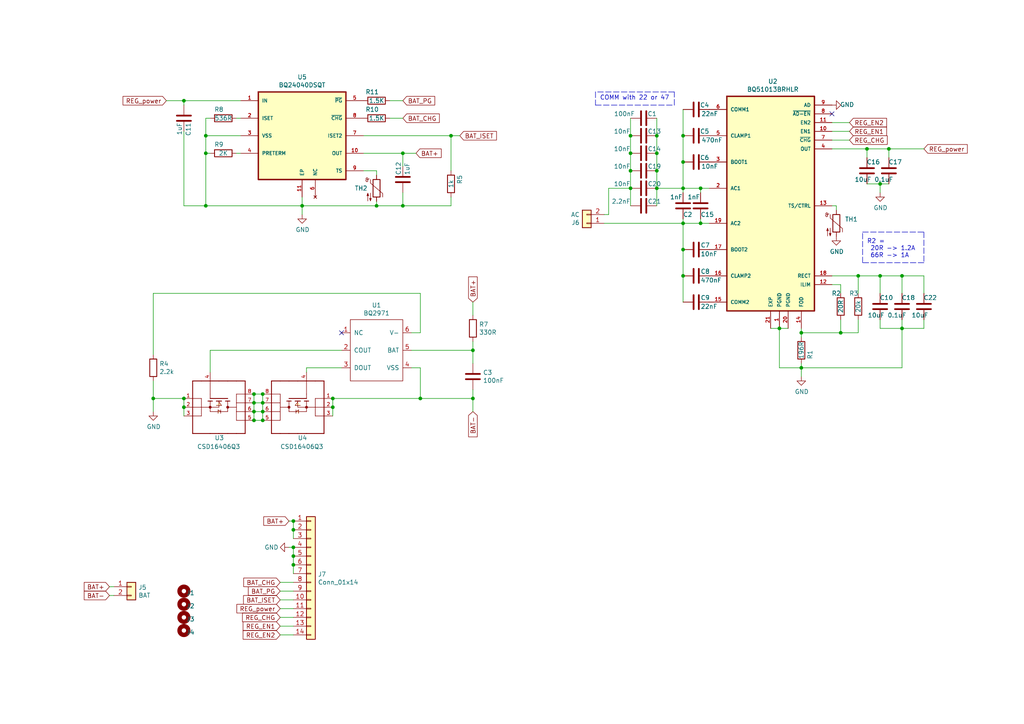
<source format=kicad_sch>
(kicad_sch (version 20211123) (generator eeschema)
  (paper "A4")
  (lib_symbols
    (symbol "BQ24040DSQT:BQ24040DSQT" (pin_names (offset 1.016))
      (property "Reference" "U" (at -12.7 13.6906 0))
      (property "Value" "BQ24040DSQT" (at -5.08 15.24 0))
      (symbol "BQ24040DSQT_0_0"
        (rectangle (start -12.7 -12.7) (end 12.7 12.7) (stroke (width 0.4064)) (fill (type background)))
        (pin input line (at -17.78 10.16 0) (length 5.08) (name "IN") (number "1"))
        (pin output line (at 17.78 -5.08 180) (length 5.08) (name "OUT") (number "10"))
        (pin bidirectional line (at 0 -17.78 90) (length 5.08) (name "EP") (number "11"))
        (pin input line (at -17.78 5.08 0) (length 5.08) (name "ISET") (number "2"))
        (pin free line (at -17.78 0 0) (length 5.08) (name "VSS") (number "3"))
        (pin input line (at -17.78 -5.08 0) (length 5.08) (name "PRETERM") (number "4"))
        (pin output line (at 17.78 10.16 180) (length 5.08) (name "~{PG}") (number "5"))
        (pin input line (at 17.78 0 180) (length 5.08) (name "ISET2") (number "7"))
        (pin output line (at 17.78 5.08 180) (length 5.08) (name "~{CHG}") (number "8"))
        (pin input line (at 17.78 -10.16 180) (length 5.08) (name "TS") (number "9"))
      )
      (symbol "BQ24040DSQT_1_1"
        (pin no_connect line (at 3.81 -17.78 90) (length 5.08) (name "NC") (number "6"))
      )
    )
    (symbol "BQ297X:BQ297X" (pin_names (offset 1.016))
      (property "Reference" "U" (at 0 11.43 0))
      (property "Value" "BQ297X" (at 0 11.43 0))
      (symbol "BQ297X_1_1"
        (rectangle (start -7.62 8.89) (end 7.62 -8.89))
        (pin input line (at -10.16 5.08 0) (length 2.54) (name "NC") (number "1"))
        (pin input line (at -10.16 0 0) (length 2.54) (name "COUT") (number "2"))
        (pin passive line (at -10.16 -5.08 0) (length 2.54) (name "DOUT") (number "3"))
        (pin input line (at 10.16 -5.08 180) (length 2.54) (name "VSS") (number "4"))
        (pin input line (at 10.16 0 180) (length 2.54) (name "BAT") (number "5"))
        (pin input line (at 10.16 5.08 180) (length 2.54) (name "V-") (number "6"))
      )
    )
    (symbol "BQ51013BRHLR:BQ51013BRHLR" (pin_names (offset 1.016))
      (property "Reference" "U" (at -12.7 35.2806 0))
      (property "Value" "BQ51013BRHLR" (at -6.35 35.56 0))
      (symbol "BQ51013BRHLR_0_0"
        (rectangle (start -12.7 -30.48) (end 12.7 31.75) (stroke (width 0.4064)) (fill (type background)))
        (pin free line (at 2.54 -35.56 90) (length 5.08) (name "PGND") (number "1"))
        (pin input line (at 17.78 21.59 180) (length 5.08) (name "EN1") (number "10"))
        (pin input line (at 17.78 24.13 180) (length 5.08) (name "EN2") (number "11"))
        (pin bidirectional line (at 17.78 -22.86 180) (length 5.08) (name "ILIM") (number "12"))
        (pin input line (at 17.78 0 180) (length 5.08) (name "TS/CTRL") (number "13"))
        (pin input line (at 8.89 -35.56 90) (length 5.08) (name "FOD") (number "14"))
        (pin output line (at -17.78 -27.94 0) (length 5.08) (name "COMM2") (number "15"))
        (pin output line (at -17.78 -20.32 0) (length 5.08) (name "CLAMP2") (number "16"))
        (pin output line (at -17.78 -12.7 0) (length 5.08) (name "BOOT2") (number "17"))
        (pin output line (at 17.78 -20.32 180) (length 5.08) (name "RECT") (number "18"))
        (pin input line (at -17.78 -5.08 0) (length 5.08) (name "AC2") (number "19"))
        (pin input line (at -17.78 5.08 0) (length 5.08) (name "AC1") (number "2"))
        (pin free line (at 5.08 -35.56 90) (length 5.08) (name "PGND") (number "20"))
        (pin free line (at 0 -35.56 90) (length 5.08) (name "EXP") (number "21"))
        (pin output line (at -17.78 12.7 0) (length 5.08) (name "BOOT1") (number "3"))
        (pin output line (at 17.78 16.51 180) (length 5.08) (name "OUT") (number "4"))
        (pin output line (at -17.78 20.32 0) (length 5.08) (name "CLAMP1") (number "5"))
        (pin output line (at -17.78 27.94 0) (length 5.08) (name "COMM1") (number "6"))
        (pin output line (at 17.78 19.05 180) (length 5.08) (name "~{CHG}") (number "7"))
        (pin output line (at 17.78 26.67 180) (length 5.08) (name "~{AD-EN}") (number "8"))
        (pin output line (at 17.78 29.21 180) (length 5.08) (name "AD") (number "9"))
      )
    )
    (symbol "CSD16406Q3:CSD16406Q3" (pin_names (offset 1.016) hide)
      (property "Reference" "U" (at -7.62 -11.938 0))
      (property "Value" "CSD16406Q3" (at -5.08 -12.192 0))
      (symbol "CSD16406Q3_0_0"
        (polyline (pts (xy -7.62 -2.54) (xy -7.62 0)) (stroke (width 0.254)))
        (polyline (pts (xy -7.62 0) (xy -7.62 5.08)) (stroke (width 0.254)))
        (polyline (pts (xy -7.62 2.54) (xy -3.81 2.54)) (stroke (width 0.1524)))
        (polyline (pts (xy -7.62 5.08) (xy -7.62 7.62)) (stroke (width 0.254)))
        (polyline (pts (xy -7.62 7.62) (xy -7.62 10.16)) (stroke (width 0.254)))
        (polyline (pts (xy -7.62 10.16) (xy -7.62 12.7)) (stroke (width 0.254)))
        (polyline (pts (xy -7.62 12.7) (xy 7.62 12.7)) (stroke (width 0.254)))
        (polyline (pts (xy -3.81 2.54) (xy -2.54 2.54)) (stroke (width 0.1524)))
        (polyline (pts (xy -3.81 10.16) (xy -3.81 12.7)) (stroke (width 0.1524)))
        (polyline (pts (xy -2.54 -2.54) (xy -2.54 0)) (stroke (width 0.1524)))
        (polyline (pts (xy -2.54 0) (xy 0 0)) (stroke (width 0.1524)))
        (polyline (pts (xy -2.54 7.62) (xy -2.54 2.54)) (stroke (width 0.254)))
        (polyline (pts (xy -1.778 2.54) (xy -1.778 1.905)) (stroke (width 0.254)))
        (polyline (pts (xy -1.778 3.175) (xy -1.778 2.54)) (stroke (width 0.254)))
        (polyline (pts (xy -1.778 5.08) (xy -1.778 4.318)) (stroke (width 0.254)))
        (polyline (pts (xy -1.778 5.08) (xy 0 5.08)) (stroke (width 0.1524)))
        (polyline (pts (xy -1.778 5.842) (xy -1.778 5.08)) (stroke (width 0.254)))
        (polyline (pts (xy -1.778 7.62) (xy -1.778 6.985)) (stroke (width 0.254)))
        (polyline (pts (xy -1.778 7.62) (xy 0 7.62)) (stroke (width 0.1524)))
        (polyline (pts (xy -1.778 8.255) (xy -1.778 7.62)) (stroke (width 0.254)))
        (polyline (pts (xy -1.27 10.16) (xy -3.81 10.16)) (stroke (width 0.1524)))
        (polyline (pts (xy -1.27 10.16) (xy -1.27 12.7)) (stroke (width 0.1524)))
        (polyline (pts (xy 0 -2.54) (xy 0 0)) (stroke (width 0.1524)))
        (polyline (pts (xy 0 0) (xy 2.54 0)) (stroke (width 0.1524)))
        (polyline (pts (xy 0 1.27) (xy 0 2.54)) (stroke (width 0.1524)))
        (polyline (pts (xy 0 2.54) (xy -1.778 2.54)) (stroke (width 0.1524)))
        (polyline (pts (xy 0 2.54) (xy 1.27 2.54)) (stroke (width 0.1524)))
        (polyline (pts (xy 0 5.08) (xy 0 2.54)) (stroke (width 0.1524)))
        (polyline (pts (xy 0 7.62) (xy 1.27 7.62)) (stroke (width 0.1524)))
        (polyline (pts (xy 0 10.16) (xy 0 7.62)) (stroke (width 0.1524)))
        (polyline (pts (xy 1.27 5.588) (xy 0.762 5.588)) (stroke (width 0.1524)))
        (polyline (pts (xy 1.27 5.588) (xy 1.27 2.54)) (stroke (width 0.1524)))
        (polyline (pts (xy 1.27 7.62) (xy 1.27 5.588)) (stroke (width 0.1524)))
        (polyline (pts (xy 1.27 10.16) (xy -1.27 10.16)) (stroke (width 0.1524)))
        (polyline (pts (xy 1.27 10.16) (xy 1.27 12.7)) (stroke (width 0.1524)))
        (polyline (pts (xy 1.778 5.588) (xy 1.27 5.588)) (stroke (width 0.1524)))
        (polyline (pts (xy 2.54 0) (xy 2.54 -2.54)) (stroke (width 0.1524)))
        (polyline (pts (xy 3.81 10.16) (xy 1.27 10.16)) (stroke (width 0.1524)))
        (polyline (pts (xy 3.81 10.16) (xy 3.81 12.7)) (stroke (width 0.1524)))
        (polyline (pts (xy 7.62 -2.54) (xy -7.62 -2.54)) (stroke (width 0.254)))
        (polyline (pts (xy 7.62 2.54) (xy 7.62 -2.54)) (stroke (width 0.254)))
        (polyline (pts (xy 7.62 5.08) (xy 7.62 2.54)) (stroke (width 0.254)))
        (polyline (pts (xy 7.62 7.62) (xy 7.62 5.08)) (stroke (width 0.254)))
        (polyline (pts (xy 7.62 10.16) (xy 7.62 7.62)) (stroke (width 0.254)))
        (polyline (pts (xy 7.62 12.7) (xy 7.62 10.16)) (stroke (width 0.254)))
        (polyline (pts (xy -1.524 5.08) (xy -0.508 5.842) (xy -0.508 4.318)) (stroke (width 0.1524)) (fill (type background)))
        (polyline (pts (xy 1.27 5.588) (xy 0.762 4.826) (xy 1.778 4.826)) (stroke (width 0.1524)) (fill (type background)))
        (circle (center 0 2.54) (radius 0.2032) (stroke (width 0.4064)))
        (circle (center 0 7.62) (radius 0.2032) (stroke (width 0.4064)))
        (pin bidirectional line (at -2.54 -5.08 90) (length 2.54) (name "~") (number "1"))
        (pin bidirectional line (at 0 -5.08 90) (length 2.54) (name "~") (number "2"))
        (pin bidirectional line (at 2.54 -5.08 90) (length 2.54) (name "~") (number "3"))
        (pin passive line (at -10.16 2.54 0) (length 2.54) (name "~") (number "4"))
        (pin bidirectional line (at 3.81 15.24 270) (length 2.54) (name "~") (number "5"))
        (pin bidirectional line (at 1.27 15.24 270) (length 2.54) (name "~") (number "6"))
        (pin bidirectional line (at -1.27 15.24 270) (length 2.54) (name "~") (number "7"))
        (pin bidirectional line (at -3.81 15.24 270) (length 2.54) (name "~") (number "8"))
      )
      (symbol "CSD16406Q3_1_1"
        (polyline (pts (xy 0 1.27) (xy 0 0)))
      )
    )
    (symbol "Connector_Generic:Conn_01x02" (pin_names (offset 1.016) hide)
      (property "Reference" "J" (at 0 2.54 0))
      (property "Value" "Conn_01x02" (at 0 -5.08 0))
      (symbol "Conn_01x02_1_1"
        (rectangle (start -1.27 -2.413) (end 0 -2.667) (stroke (width 0.1524)))
        (rectangle (start -1.27 0.127) (end 0 -0.127) (stroke (width 0.1524)))
        (rectangle (start -1.27 1.27) (end 1.27 -3.81) (stroke (width 0.254)) (fill (type background)))
        (pin passive line (at -5.08 0 0) (length 3.81) (name "Pin_1") (number "1"))
        (pin passive line (at -5.08 -2.54 0) (length 3.81) (name "Pin_2") (number "2"))
      )
    )
    (symbol "Connector_Generic:Conn_01x14" (pin_names (offset 1.016) hide)
      (property "Reference" "J" (at 0 17.78 0))
      (property "Value" "Conn_01x14" (at 0 -20.32 0))
      (symbol "Conn_01x14_1_1"
        (rectangle (start -1.27 -17.653) (end 0 -17.907) (stroke (width 0.1524)))
        (rectangle (start -1.27 -15.113) (end 0 -15.367) (stroke (width 0.1524)))
        (rectangle (start -1.27 -12.573) (end 0 -12.827) (stroke (width 0.1524)))
        (rectangle (start -1.27 -10.033) (end 0 -10.287) (stroke (width 0.1524)))
        (rectangle (start -1.27 -7.493) (end 0 -7.747) (stroke (width 0.1524)))
        (rectangle (start -1.27 -4.953) (end 0 -5.207) (stroke (width 0.1524)))
        (rectangle (start -1.27 -2.413) (end 0 -2.667) (stroke (width 0.1524)))
        (rectangle (start -1.27 0.127) (end 0 -0.127) (stroke (width 0.1524)))
        (rectangle (start -1.27 2.667) (end 0 2.413) (stroke (width 0.1524)))
        (rectangle (start -1.27 5.207) (end 0 4.953) (stroke (width 0.1524)))
        (rectangle (start -1.27 7.747) (end 0 7.493) (stroke (width 0.1524)))
        (rectangle (start -1.27 10.287) (end 0 10.033) (stroke (width 0.1524)))
        (rectangle (start -1.27 12.827) (end 0 12.573) (stroke (width 0.1524)))
        (rectangle (start -1.27 15.367) (end 0 15.113) (stroke (width 0.1524)))
        (rectangle (start -1.27 16.51) (end 1.27 -19.05) (stroke (width 0.254)) (fill (type background)))
        (pin passive line (at -5.08 15.24 0) (length 3.81) (name "Pin_1") (number "1"))
        (pin passive line (at -5.08 -7.62 0) (length 3.81) (name "Pin_10") (number "10"))
        (pin passive line (at -5.08 -10.16 0) (length 3.81) (name "Pin_11") (number "11"))
        (pin passive line (at -5.08 -12.7 0) (length 3.81) (name "Pin_12") (number "12"))
        (pin passive line (at -5.08 -15.24 0) (length 3.81) (name "Pin_13") (number "13"))
        (pin passive line (at -5.08 -17.78 0) (length 3.81) (name "Pin_14") (number "14"))
        (pin passive line (at -5.08 12.7 0) (length 3.81) (name "Pin_2") (number "2"))
        (pin passive line (at -5.08 10.16 0) (length 3.81) (name "Pin_3") (number "3"))
        (pin passive line (at -5.08 7.62 0) (length 3.81) (name "Pin_4") (number "4"))
        (pin passive line (at -5.08 5.08 0) (length 3.81) (name "Pin_5") (number "5"))
        (pin passive line (at -5.08 2.54 0) (length 3.81) (name "Pin_6") (number "6"))
        (pin passive line (at -5.08 0 0) (length 3.81) (name "Pin_7") (number "7"))
        (pin passive line (at -5.08 -2.54 0) (length 3.81) (name "Pin_8") (number "8"))
        (pin passive line (at -5.08 -5.08 0) (length 3.81) (name "Pin_9") (number "9"))
      )
    )
    (symbol "Device:C" (pin_numbers hide) (pin_names (offset 0.254))
      (property "Reference" "C" (at 0.635 2.54 0))
      (property "Value" "C" (at 0.635 -2.54 0))
      (symbol "C_0_1"
        (polyline (pts (xy -2.032 -0.762) (xy 2.032 -0.762)) (stroke (width 0.508)))
        (polyline (pts (xy -2.032 0.762) (xy 2.032 0.762)) (stroke (width 0.508)))
      )
      (symbol "C_1_1"
        (pin passive line (at 0 3.81 270) (length 2.794) (name "~") (number "1"))
        (pin passive line (at 0 -3.81 90) (length 2.794) (name "~") (number "2"))
      )
    )
    (symbol "Device:R" (pin_numbers hide) (pin_names (offset 0))
      (property "Reference" "R" (at 2.032 0 90))
      (property "Value" "R" (at 0 0 90))
      (symbol "R_0_1"
        (rectangle (start -1.016 -2.54) (end 1.016 2.54) (stroke (width 0.254)))
      )
      (symbol "R_1_1"
        (pin passive line (at 0 3.81 270) (length 1.27) (name "~") (number "1"))
        (pin passive line (at 0 -3.81 90) (length 1.27) (name "~") (number "2"))
      )
    )
    (symbol "Device:Thermistor_NTC" (pin_numbers hide) (pin_names (offset 0))
      (property "Reference" "TH" (at -4.445 0 90))
      (property "Value" "Thermistor_NTC" (at 3.175 0 90))
      (symbol "Thermistor_NTC_0_1"
        (arc (start -3.048 2.159) (mid -3.0505 2.3165) (end -3.175 2.413))
        (arc (start -3.048 2.159) (mid -2.9736 1.9794) (end -2.794 1.905))
        (arc (start -3.048 2.794) (mid -2.9736 2.6144) (end -2.794 2.54))
        (arc (start -2.794 1.905) (mid -2.6144 1.9794) (end -2.54 2.159))
        (arc (start -2.794 2.54) (mid -2.434 2.5608) (end -2.159 2.794))
        (arc (start -2.794 3.048) (mid -2.9736 2.9736) (end -3.048 2.794))
        (arc (start -2.54 2.794) (mid -2.6144 2.9736) (end -2.794 3.048))
        (rectangle (start -1.016 2.54) (end 1.016 -2.54) (stroke (width 0.254)))
        (polyline (pts (xy -2.54 2.159) (xy -2.54 2.794)))
        (polyline (pts (xy -1.778 2.54) (xy -1.778 1.524) (xy 1.778 -1.524) (xy 1.778 -2.54)))
        (polyline (pts (xy -2.54 -3.683) (xy -2.54 -1.397) (xy -2.794 -2.159) (xy -2.286 -2.159) (xy -2.54 -1.397) (xy -2.54 -1.651)) (fill (type outline)))
        (polyline (pts (xy -1.778 -1.397) (xy -1.778 -3.683) (xy -2.032 -2.921) (xy -1.524 -2.921) (xy -1.778 -3.683) (xy -1.778 -3.429)) (fill (type outline)))
      )
      (symbol "Thermistor_NTC_1_1"
        (pin passive line (at 0 3.81 270) (length 1.27) (name "~") (number "1"))
        (pin passive line (at 0 -3.81 90) (length 1.27) (name "~") (number "2"))
      )
    )
    (symbol "Mechanical:MountingHole" (pin_names (offset 1.016))
      (property "Reference" "H" (at 0 5.08 0))
      (property "Value" "MountingHole" (at 0 3.175 0))
      (symbol "MountingHole_0_1"
        (circle (center 0 0) (radius 1.27) (stroke (width 1.27)))
      )
    )
    (symbol "power:GND" (power) (pin_names (offset 0))
      (property "Value" "GND" (at 0 -3.81 0))
      (symbol "GND_0_1"
        (polyline (pts (xy 0 0) (xy 0 -1.27) (xy 1.27 -1.27) (xy 0 -2.54) (xy -1.27 -1.27) (xy 0 -1.27)))
      )
      (symbol "GND_1_1"
        (pin power_in line (at 0 0 270) (length 0) hide (name "GND") (number "1"))
      )
    )
  )
  (junction (at 243.84 96.52))
  (junction (at 203.2 54.61))
  (junction (at 232.41 96.52))
  (junction (at 109.22 59.69))
  (junction (at 73.66 119.38))
  (junction (at 182.88 49.53))
  (junction (at 59.69 59.69))
  (junction (at 248.92 80.01))
  (junction (at 182.88 39.37))
  (junction (at 116.84 59.69))
  (junction (at 116.84 44.45))
  (junction (at 85.09 153.67))
  (junction (at 255.27 80.01))
  (junction (at 76.2 121.92))
  (junction (at 76.2 116.84))
  (junction (at 59.69 39.37))
  (junction (at 53.34 115.57))
  (junction (at 85.09 158.75))
  (junction (at 73.66 121.92))
  (junction (at 198.12 54.61))
  (junction (at 121.92 115.57))
  (junction (at 137.16 115.57))
  (junction (at 85.09 151.13))
  (junction (at 85.09 163.83))
  (junction (at 203.2 64.77))
  (junction (at 76.2 114.3))
  (junction (at 137.16 101.6))
  (junction (at 182.88 44.45))
  (junction (at 85.09 161.29))
  (junction (at 261.62 95.25))
  (junction (at 190.5 44.45))
  (junction (at 96.52 118.11))
  (junction (at 87.63 59.69))
  (junction (at 261.62 80.01))
  (junction (at 198.12 46.99))
  (junction (at 53.34 118.11))
  (junction (at 198.12 72.39))
  (junction (at 232.41 106.68))
  (junction (at 182.88 54.61))
  (junction (at 190.5 54.61))
  (junction (at 73.66 114.3))
  (junction (at 130.81 39.37))
  (junction (at 226.06 95.25))
  (junction (at 257.81 43.18))
  (junction (at 76.2 119.38))
  (junction (at 53.34 29.21))
  (junction (at 190.5 49.53))
  (junction (at 59.69 44.45))
  (junction (at 251.46 43.18))
  (junction (at 198.12 80.01))
  (junction (at 96.52 115.57))
  (junction (at 198.12 39.37))
  (junction (at 44.45 115.57))
  (junction (at 198.12 64.77))
  (junction (at 255.27 53.34))
  (junction (at 190.5 39.37))
  (junction (at 73.66 116.84))
  (no_connect (at 99.06 96.52))
  (no_connect (at 241.3 33.02))
  (wire (pts (xy 228.6 95.25) (xy 226.06 95.25)))
  (wire (pts (xy 44.45 115.57) (xy 44.45 119.38)))
  (wire (pts (xy 255.27 55.88) (xy 255.27 53.34)))
  (wire (pts (xy 81.28 173.99) (xy 85.09 173.99)))
  (wire (pts (xy 69.85 39.37) (xy 59.69 39.37)))
  (wire (pts (xy 73.66 116.84) (xy 73.66 119.38)))
  (wire (pts (xy 190.5 54.61) (xy 198.12 54.61)))
  (wire (pts (xy 261.62 92.71) (xy 261.62 95.25)))
  (wire (pts (xy 243.84 96.52) (xy 248.92 96.52)))
  (wire (pts (xy 60.96 101.6) (xy 60.96 107.95)))
  (wire (pts (xy 241.3 80.01) (xy 248.92 80.01)))
  (polyline (pts (xy 267.97 76.2) (xy 250.19 76.2)))
  (wire (pts (xy 73.66 114.3) (xy 73.66 116.84)))
  (wire (pts (xy 182.88 34.29) (xy 182.88 39.37)))
  (wire (pts (xy 255.27 80.01) (xy 255.27 85.09)))
  (wire (pts (xy 119.38 96.52) (xy 121.92 96.52)))
  (wire (pts (xy 87.63 59.69) (xy 87.63 62.23)))
  (wire (pts (xy 241.3 40.64) (xy 246.38 40.64)))
  (wire (pts (xy 251.46 43.18) (xy 257.81 43.18)))
  (wire (pts (xy 198.12 87.63) (xy 198.12 80.01)))
  (wire (pts (xy 88.9 106.68) (xy 99.06 106.68)))
  (wire (pts (xy 261.62 95.25) (xy 261.62 106.68)))
  (wire (pts (xy 76.2 119.38) (xy 76.2 121.92)))
  (wire (pts (xy 130.81 39.37) (xy 133.35 39.37)))
  (wire (pts (xy 85.09 158.75) (xy 85.09 161.29)))
  (wire (pts (xy 53.34 29.21) (xy 69.85 29.21)))
  (wire (pts (xy 182.88 39.37) (xy 182.88 44.45)))
  (wire (pts (xy 109.22 49.53) (xy 109.22 50.8)))
  (wire (pts (xy 198.12 64.77) (xy 203.2 64.77)))
  (wire (pts (xy 53.34 30.48) (xy 53.34 29.21)))
  (wire (pts (xy 251.46 45.72) (xy 251.46 43.18)))
  (wire (pts (xy 130.81 57.15) (xy 130.81 59.69)))
  (wire (pts (xy 121.92 106.68) (xy 121.92 115.57)))
  (wire (pts (xy 190.5 54.61) (xy 190.5 59.69)))
  (wire (pts (xy 248.92 80.01) (xy 248.92 85.09)))
  (wire (pts (xy 241.3 38.1) (xy 246.38 38.1)))
  (wire (pts (xy 198.12 80.01) (xy 198.12 72.39)))
  (wire (pts (xy 121.92 96.52) (xy 121.92 85.09)))
  (wire (pts (xy 190.5 49.53) (xy 190.5 54.61)))
  (wire (pts (xy 137.16 113.03) (xy 137.16 115.57)))
  (wire (pts (xy 44.45 85.09) (xy 44.45 102.87)))
  (wire (pts (xy 109.22 58.42) (xy 109.22 59.69)))
  (wire (pts (xy 83.82 158.75) (xy 85.09 158.75)))
  (wire (pts (xy 113.03 34.29) (xy 116.84 34.29)))
  (wire (pts (xy 76.2 114.3) (xy 76.2 116.84)))
  (wire (pts (xy 85.09 151.13) (xy 83.82 151.13)))
  (wire (pts (xy 267.97 80.01) (xy 267.97 85.09)))
  (wire (pts (xy 248.92 80.01) (xy 255.27 80.01)))
  (wire (pts (xy 105.41 49.53) (xy 109.22 49.53)))
  (wire (pts (xy 31.75 172.72) (xy 33.02 172.72)))
  (wire (pts (xy 257.81 45.72) (xy 257.81 43.18)))
  (wire (pts (xy 241.3 59.69) (xy 242.57 59.69)))
  (wire (pts (xy 96.52 120.65) (xy 96.52 118.11)))
  (wire (pts (xy 68.58 34.29) (xy 69.85 34.29)))
  (wire (pts (xy 53.34 38.1) (xy 53.34 59.69)))
  (wire (pts (xy 96.52 118.11) (xy 96.52 115.57)))
  (wire (pts (xy 232.41 106.68) (xy 261.62 106.68)))
  (wire (pts (xy 85.09 184.15) (xy 81.28 184.15)))
  (wire (pts (xy 190.5 44.45) (xy 190.5 49.53)))
  (wire (pts (xy 68.58 44.45) (xy 69.85 44.45)))
  (wire (pts (xy 223.52 95.25) (xy 226.06 95.25)))
  (wire (pts (xy 255.27 80.01) (xy 261.62 80.01)))
  (wire (pts (xy 59.69 39.37) (xy 59.69 44.45)))
  (wire (pts (xy 248.92 92.71) (xy 248.92 96.52)))
  (wire (pts (xy 121.92 106.68) (xy 119.38 106.68)))
  (wire (pts (xy 116.84 48.26) (xy 116.84 44.45)))
  (wire (pts (xy 241.3 82.55) (xy 243.84 82.55)))
  (wire (pts (xy 182.88 44.45) (xy 182.88 49.53)))
  (wire (pts (xy 60.96 34.29) (xy 59.69 34.29)))
  (wire (pts (xy 33.02 170.18) (xy 31.75 170.18)))
  (wire (pts (xy 198.12 55.88) (xy 198.12 54.61)))
  (wire (pts (xy 137.16 119.38) (xy 137.16 115.57)))
  (wire (pts (xy 73.66 119.38) (xy 73.66 121.92)))
  (wire (pts (xy 85.09 168.91) (xy 81.28 168.91)))
  (wire (pts (xy 198.12 39.37) (xy 198.12 46.99)))
  (wire (pts (xy 76.2 116.84) (xy 76.2 119.38)))
  (wire (pts (xy 44.45 110.49) (xy 44.45 115.57)))
  (wire (pts (xy 85.09 163.83) (xy 85.09 166.37)))
  (wire (pts (xy 255.27 92.71) (xy 255.27 95.25)))
  (wire (pts (xy 130.81 39.37) (xy 130.81 49.53)))
  (wire (pts (xy 232.41 105.41) (xy 232.41 106.68)))
  (wire (pts (xy 85.09 179.07) (xy 81.28 179.07)))
  (wire (pts (xy 137.16 115.57) (xy 121.92 115.57)))
  (wire (pts (xy 85.09 151.13) (xy 85.09 153.67)))
  (wire (pts (xy 116.84 55.88) (xy 116.84 59.69)))
  (wire (pts (xy 96.52 115.57) (xy 121.92 115.57)))
  (wire (pts (xy 182.88 54.61) (xy 182.88 59.69)))
  (wire (pts (xy 203.2 63.5) (xy 203.2 64.77)))
  (wire (pts (xy 242.57 59.69) (xy 242.57 60.96)))
  (wire (pts (xy 60.96 44.45) (xy 59.69 44.45)))
  (wire (pts (xy 203.2 55.88) (xy 203.2 54.61)))
  (wire (pts (xy 73.66 116.84) (xy 76.2 116.84)))
  (wire (pts (xy 232.41 95.25) (xy 232.41 96.52)))
  (wire (pts (xy 59.69 59.69) (xy 87.63 59.69)))
  (wire (pts (xy 105.41 44.45) (xy 116.84 44.45)))
  (wire (pts (xy 176.53 62.23) (xy 176.53 54.61)))
  (wire (pts (xy 232.41 96.52) (xy 243.84 96.52)))
  (wire (pts (xy 137.16 101.6) (xy 137.16 105.41)))
  (wire (pts (xy 243.84 92.71) (xy 243.84 96.52)))
  (wire (pts (xy 53.34 115.57) (xy 53.34 118.11)))
  (wire (pts (xy 85.09 181.61) (xy 81.28 181.61)))
  (wire (pts (xy 73.66 121.92) (xy 76.2 121.92)))
  (wire (pts (xy 232.41 96.52) (xy 232.41 97.79)))
  (wire (pts (xy 99.06 101.6) (xy 60.96 101.6)))
  (wire (pts (xy 226.06 95.25) (xy 226.06 106.68)))
  (polyline (pts (xy 250.19 67.31) (xy 267.97 67.31)))
  (wire (pts (xy 175.26 64.77) (xy 198.12 64.77)))
  (wire (pts (xy 267.97 92.71) (xy 267.97 95.25)))
  (wire (pts (xy 261.62 80.01) (xy 267.97 80.01)))
  (wire (pts (xy 53.34 59.69) (xy 59.69 59.69)))
  (wire (pts (xy 255.27 53.34) (xy 257.81 53.34)))
  (wire (pts (xy 241.3 35.56) (xy 246.38 35.56)))
  (wire (pts (xy 85.09 161.29) (xy 85.09 163.83)))
  (wire (pts (xy 251.46 53.34) (xy 255.27 53.34)))
  (polyline (pts (xy 172.72 26.67) (xy 172.72 30.48)))
  (wire (pts (xy 190.5 34.29) (xy 190.5 39.37)))
  (wire (pts (xy 116.84 59.69) (xy 130.81 59.69)))
  (wire (pts (xy 267.97 95.25) (xy 261.62 95.25)))
  (wire (pts (xy 182.88 49.53) (xy 182.88 54.61)))
  (polyline (pts (xy 250.19 76.2) (xy 250.19 67.31)))
  (wire (pts (xy 113.03 29.21) (xy 116.84 29.21)))
  (wire (pts (xy 137.16 101.6) (xy 137.16 99.06)))
  (wire (pts (xy 119.38 101.6) (xy 137.16 101.6)))
  (wire (pts (xy 53.34 115.57) (xy 44.45 115.57)))
  (wire (pts (xy 198.12 31.75) (xy 198.12 39.37)))
  (wire (pts (xy 137.16 87.63) (xy 137.16 91.44)))
  (wire (pts (xy 257.81 43.18) (xy 267.97 43.18)))
  (wire (pts (xy 87.63 59.69) (xy 109.22 59.69)))
  (wire (pts (xy 87.63 57.15) (xy 87.63 59.69)))
  (polyline (pts (xy 172.72 30.48) (xy 195.58 30.48)))
  (wire (pts (xy 176.53 62.23) (xy 175.26 62.23)))
  (wire (pts (xy 116.84 44.45) (xy 120.65 44.45)))
  (wire (pts (xy 88.9 106.68) (xy 88.9 107.95)))
  (wire (pts (xy 85.09 171.45) (xy 81.28 171.45)))
  (wire (pts (xy 121.92 85.09) (xy 44.45 85.09)))
  (wire (pts (xy 85.09 176.53) (xy 81.28 176.53)))
  (wire (pts (xy 241.3 43.18) (xy 251.46 43.18)))
  (wire (pts (xy 232.41 106.68) (xy 232.41 109.22)))
  (wire (pts (xy 53.34 118.11) (xy 53.34 120.65)))
  (wire (pts (xy 198.12 46.99) (xy 198.12 54.61)))
  (wire (pts (xy 73.66 114.3) (xy 76.2 114.3)))
  (wire (pts (xy 243.84 82.55) (xy 243.84 85.09)))
  (wire (pts (xy 85.09 153.67) (xy 85.09 156.21)))
  (wire (pts (xy 116.84 59.69) (xy 109.22 59.69)))
  (wire (pts (xy 190.5 39.37) (xy 190.5 44.45)))
  (wire (pts (xy 48.26 29.21) (xy 53.34 29.21)))
  (wire (pts (xy 198.12 63.5) (xy 198.12 64.77)))
  (polyline (pts (xy 267.97 67.31) (xy 267.97 76.2)))
  (wire (pts (xy 203.2 64.77) (xy 205.74 64.77)))
  (wire (pts (xy 198.12 72.39) (xy 198.12 64.77)))
  (wire (pts (xy 59.69 44.45) (xy 59.69 59.69)))
  (wire (pts (xy 261.62 80.01) (xy 261.62 85.09)))
  (polyline (pts (xy 195.58 26.67) (xy 172.72 26.67)))
  (wire (pts (xy 105.41 39.37) (xy 130.81 39.37)))
  (wire (pts (xy 226.06 106.68) (xy 232.41 106.68)))
  (wire (pts (xy 203.2 54.61) (xy 205.74 54.61)))
  (wire (pts (xy 255.27 95.25) (xy 261.62 95.25)))
  (wire (pts (xy 59.69 34.29) (xy 59.69 39.37)))
  (wire (pts (xy 176.53 54.61) (xy 182.88 54.61)))
  (wire (pts (xy 73.66 119.38) (xy 76.2 119.38)))
  (wire (pts (xy 198.12 54.61) (xy 203.2 54.61)))
  (polyline (pts (xy 195.58 30.48) (xy 195.58 26.67)))
  (text "R2 = \n 20R -> 1.2A\n 66R -> 1A" (at 251.46 74.93 0) (effects (font (size 1.27 1.27)) (justify left bottom)))
  (text "COMM with 22 or 47" (at 173.99 29.21 0) (effects (font (size 1.27 1.27)) (justify left bottom)))
  (global_label "BAT_ISET" (shape input) (at 133.35 39.37 0) (property "Intersheet References" "${INTERSHEET_REFS}" (effects hide)))
  (global_label "REG_EN1" (shape input) (at 246.38 38.1 0) (property "Intersheet References" "${INTERSHEET_REFS}" (effects hide)))
  (global_label "BAT-" (shape input) (at 137.16 119.38 270) (property "Intersheet References" "${INTERSHEET_REFS}" (effects hide)))
  (global_label "BAT_ISET" (shape input) (at 81.28 173.99 180) (property "Intersheet References" "${INTERSHEET_REFS}" (effects hide)))
  (global_label "BAT_CHG" (shape input) (at 81.28 168.91 180) (property "Intersheet References" "${INTERSHEET_REFS}" (effects hide)))
  (global_label "BAT_PG" (shape input) (at 116.84 29.21 0) (property "Intersheet References" "${INTERSHEET_REFS}" (effects hide)))
  (global_label "REG_power" (shape input) (at 267.97 43.18 0) (property "Intersheet References" "${INTERSHEET_REFS}" (effects hide)))
  (global_label "REG_EN2" (shape input) (at 81.28 184.15 180) (property "Intersheet References" "${INTERSHEET_REFS}" (effects hide)))
  (global_label "REG_EN2" (shape input) (at 246.38 35.56 0) (property "Intersheet References" "${INTERSHEET_REFS}" (effects hide)))
  (global_label "BAT_CHG" (shape input) (at 116.84 34.29 0) (property "Intersheet References" "${INTERSHEET_REFS}" (effects hide)))
  (global_label "BAT+" (shape input) (at 83.82 151.13 180) (property "Intersheet References" "${INTERSHEET_REFS}" (effects hide)))
  (global_label "REG_power" (shape input) (at 81.28 176.53 180) (property "Intersheet References" "${INTERSHEET_REFS}" (effects hide)))
  (global_label "BAT+" (shape input) (at 137.16 87.63 90) (property "Intersheet References" "${INTERSHEET_REFS}" (effects hide)))
  (global_label "REG_CHG" (shape input) (at 81.28 179.07 180) (property "Intersheet References" "${INTERSHEET_REFS}" (effects hide)))
  (global_label "REG_CHG" (shape input) (at 246.38 40.64 0) (property "Intersheet References" "${INTERSHEET_REFS}" (effects hide)))
  (global_label "BAT-" (shape input) (at 31.75 172.72 180) (property "Intersheet References" "${INTERSHEET_REFS}" (effects hide)))
  (global_label "REG_power" (shape input) (at 48.26 29.21 180) (property "Intersheet References" "${INTERSHEET_REFS}" (effects hide)))
  (global_label "BAT+" (shape input) (at 31.75 170.18 180) (property "Intersheet References" "${INTERSHEET_REFS}" (effects hide)))
  (global_label "BAT+" (shape input) (at 120.65 44.45 0) (property "Intersheet References" "${INTERSHEET_REFS}" (effects hide)))
  (global_label "BAT_PG" (shape input) (at 81.28 171.45 180) (property "Intersheet References" "${INTERSHEET_REFS}" (effects hide)))
  (global_label "REG_EN1" (shape input) (at 81.28 181.61 180) (property "Intersheet References" "${INTERSHEET_REFS}" (effects hide)))
  (symbol (lib_id "CSD16406Q3:CSD16406Q3") (at 58.42 118.11 270) (unit 1)
    (property "Reference" "U3" (at 62.23 127 90) (effects (justify left)))
    (property "Value" "CSD16406Q3" (at 57.15 129.54 90) (effects (justify left)))
    (property "Footprint" "lib:CSD16406Q3" (effects hide))
    (property "AVAILABILITY" "Good" (effects hide))
    (property "MOUSER-PURCHASE-URL" "https://snapeda.com/shop?store=Mouser&id=288071" (effects hide))
    (property "MF" "Texas Instruments" (effects hide))
    (property "DESCRIPTION" "25V, N ch NexFET MOSFET, single SON3x3, 7.4mOhm 8-VSON-CLIP -55 to 150" (effects hide))
    (property "TEXAS_INSTRUMENTS-PURCHASE-URL" "https://snapeda.com/shop?store=Texas+Instruments&id=288071" (effects hide))
    (property "PRICE" "None" (effects hide))
    (property "PACKAGE" "VSON-CLIP-8 Texas Instruments" (effects hide))
    (property "MP" "CSD16406Q3" (effects hide))
    (property "DIGIKEY-PURCHASE-URL" "https://snapeda.com/shop?store=DigiKey&id=288071" (effects hide))
  )
  (symbol (lib_id "BQ297X:BQ297X") (at 109.22 101.6 0) (unit 1)
    (property "Reference" "U1" (at 109.22 88.519 0))
    (property "Value" "BQ2971" (at 109.22 90.8304 0))
    (property "Footprint" "Package_SON:WSON-6_1.5x1.5mm_P0.5mm" (effects hide))
  )
  (symbol (lib_id "CSD16406Q3:CSD16406Q3") (at 91.44 118.11 90) (mirror x) (unit 1)
    (property "Reference" "U4" (at 86.36 127 90) (effects (justify right)))
    (property "Value" "CSD16406Q3" (at 81.28 129.54 90) (effects (justify right)))
    (property "Footprint" "lib:CSD16406Q3" (effects hide))
    (property "AVAILABILITY" "Good" (effects hide))
    (property "MOUSER-PURCHASE-URL" "https://snapeda.com/shop?store=Mouser&id=288071" (effects hide))
    (property "MF" "Texas Instruments" (effects hide))
    (property "DESCRIPTION" "25V, N ch NexFET MOSFET, single SON3x3, 7.4mOhm 8-VSON-CLIP -55 to 150" (effects hide))
    (property "TEXAS_INSTRUMENTS-PURCHASE-URL" "https://snapeda.com/shop?store=Texas+Instruments&id=288071" (effects hide))
    (property "PRICE" "None" (effects hide))
    (property "PACKAGE" "VSON-CLIP-8 Texas Instruments" (effects hide))
    (property "MP" "CSD16406Q3" (effects hide))
    (property "DIGIKEY-PURCHASE-URL" "https://snapeda.com/shop?store=DigiKey&id=288071" (effects hide))
  )
  (symbol (lib_id "Device:R") (at 44.45 106.68 0) (unit 1)
    (property "Reference" "R4" (at 46.228 105.5116 0) (effects (justify left)))
    (property "Value" "2.2k" (at 46.228 107.823 0) (effects (justify left)))
    (property "Footprint" "Resistor_SMD:R_0402_1005Metric" (effects hide))
  )
  (symbol (lib_id "Device:C") (at 137.16 109.22 0) (unit 1)
    (property "Reference" "C3" (at 140.081 108.0516 0) (effects (justify left)))
    (property "Value" "100nF" (at 140.081 110.363 0) (effects (justify left)))
    (property "Footprint" "Capacitor_SMD:C_0402_1005Metric" (effects hide))
  )
  (symbol (lib_id "Device:R") (at 137.16 95.25 0) (unit 1)
    (property "Reference" "R7" (at 138.938 94.0816 0) (effects (justify left)))
    (property "Value" "330R" (at 138.938 96.393 0) (effects (justify left)))
    (property "Footprint" "Resistor_SMD:R_0402_1005Metric" (effects hide))
  )
  (symbol (lib_id "power:GND") (at 44.45 119.38 0) (unit 1)
    (property "Reference" "#PWR04" (effects hide))
    (property "Value" "GND" (at 44.577 123.7742 0))
  )
  (symbol (lib_id "Connector_Generic:Conn_01x02") (at 170.18 64.77 180) (unit 1)
    (property "Reference" "J6" (at 168.148 64.5668 0) (effects (justify left)))
    (property "Value" "AC" (at 168.148 62.2554 0) (effects (justify left)))
    (property "Footprint" "Resistor_THT:R_Axial_DIN0204_L3.6mm_D1.6mm_P2.54mm_Vertical" (effects hide))
  )
  (symbol (lib_id "BQ24040DSQT:BQ24040DSQT") (at 87.63 39.37 0) (unit 1)
    (property "Reference" "U5" (at 87.63 22.352 0))
    (property "Value" "BQ24040DSQT" (at 87.63 24.6634 0))
    (property "Footprint" "lib:BQ24040DSQT" (effects hide))
  )
  (symbol (lib_id "Device:C") (at 198.12 59.69 0) (unit 1)
    (property "Reference" "C2" (at 198.12 62.23 0) (effects (justify left)))
    (property "Value" "1nF" (at 194.31 57.15 0) (effects (justify left)))
    (property "Footprint" "Capacitor_SMD:C_0603_1608Metric" (effects hide))
  )
  (symbol (lib_id "Device:C") (at 201.93 46.99 90) (unit 1)
    (property "Reference" "C6" (at 205.74 45.72 90) (effects (justify left)))
    (property "Value" "10nF" (at 208.28 48.26 90) (effects (justify left)))
    (property "Footprint" "Capacitor_SMD:C_0402_1005Metric" (effects hide))
  )
  (symbol (lib_id "Device:C") (at 201.93 39.37 90) (unit 1)
    (property "Reference" "C5" (at 205.74 38.1 90) (effects (justify left)))
    (property "Value" "470nF" (at 209.55 40.64 90) (effects (justify left)))
    (property "Footprint" "Capacitor_SMD:C_0402_1005Metric" (effects hide))
  )
  (symbol (lib_id "Device:C") (at 201.93 31.75 90) (unit 1)
    (property "Reference" "C4" (at 205.74 30.48 90) (effects (justify left)))
    (property "Value" "22nF" (at 208.28 33.02 90) (effects (justify left)))
    (property "Footprint" "Capacitor_SMD:C_0402_1005Metric" (effects hide))
  )
  (symbol (lib_id "Device:C") (at 201.93 72.39 270) (unit 1)
    (property "Reference" "C7" (at 203.2 71.12 90) (effects (justify left)))
    (property "Value" "10nF" (at 203.2 73.66 90) (effects (justify left)))
    (property "Footprint" "Capacitor_SMD:C_0402_1005Metric" (effects hide))
  )
  (symbol (lib_id "Device:C") (at 201.93 80.01 270) (unit 1)
    (property "Reference" "C8" (at 203.2 78.74 90) (effects (justify left)))
    (property "Value" "470nF" (at 203.2 81.28 90) (effects (justify left)))
    (property "Footprint" "Capacitor_SMD:C_0402_1005Metric" (effects hide))
  )
  (symbol (lib_id "Device:C") (at 201.93 87.63 270) (unit 1)
    (property "Reference" "C9" (at 203.2 86.36 90) (effects (justify left)))
    (property "Value" "22nF" (at 203.2 88.9 90) (effects (justify left)))
    (property "Footprint" "Capacitor_SMD:C_0402_1005Metric" (effects hide))
  )
  (symbol (lib_id "Mechanical:MountingHole") (at 53.34 171.45 0) (unit 1)
    (property "Reference" "J1" (at 54.0512 171.958 0) (effects (justify left)))
    (property "Value" "Conn_01x01_Female" (effects hide))
    (property "Footprint" "MountingHole:MountingHole_2.2mm_M2" (effects hide))
  )
  (symbol (lib_id "Mechanical:MountingHole") (at 53.34 175.26 0) (unit 1)
    (property "Reference" "J2" (at 54.0512 175.768 0) (effects (justify left)))
    (property "Value" "Conn_01x01_Female" (effects hide))
    (property "Footprint" "MountingHole:MountingHole_2.2mm_M2" (effects hide))
  )
  (symbol (lib_id "Mechanical:MountingHole") (at 53.34 179.07 0) (unit 1)
    (property "Reference" "J3" (at 54.0512 179.578 0) (effects (justify left)))
    (property "Value" "Conn_01x01_Female" (effects hide))
    (property "Footprint" "MountingHole:MountingHole_2.2mm_M2" (effects hide))
  )
  (symbol (lib_id "Mechanical:MountingHole") (at 53.34 182.88 0) (unit 1)
    (property "Reference" "J4" (at 54.0512 183.388 0) (effects (justify left)))
    (property "Value" "Conn_01x01_Female" (effects hide))
    (property "Footprint" "MountingHole:MountingHole_2.2mm_M2" (effects hide))
  )
  (symbol (lib_id "Device:C") (at 186.69 34.29 90) (unit 1)
    (property "Reference" "C1" (at 190.5 33.02 90) (effects (justify left)))
    (property "Value" "100nF" (at 184.15 33.02 90) (effects (justify left)))
    (property "Footprint" "Capacitor_SMD:C_1206_3216Metric" (effects hide))
  )
  (symbol (lib_id "Connector_Generic:Conn_01x02") (at 38.1 170.18 0) (unit 1)
    (property "Reference" "J5" (at 40.132 170.3832 0) (effects (justify left)))
    (property "Value" "BAT" (at 40.132 172.6946 0) (effects (justify left)))
    (property "Footprint" "Connector_PinHeader_2.54mm:PinHeader_1x02_P2.54mm_Vertical" (effects hide))
  )
  (symbol (lib_id "power:GND") (at 241.3 30.48 90) (unit 1)
    (property "Reference" "#PWR02" (effects hide))
    (property "Value" "GND" (at 245.6942 30.353 90))
  )
  (symbol (lib_id "Device:C") (at 255.27 88.9 180) (unit 1)
    (property "Reference" "C10" (at 259.08 86.36 0) (effects (justify left)))
    (property "Value" "10uF" (at 256.54 91.44 0) (effects (justify left)))
    (property "Footprint" "Capacitor_SMD:C_0603_1608Metric" (effects hide))
  )
  (symbol (lib_id "Device:C") (at 53.34 34.29 180) (unit 1)
    (property "Reference" "C11" (at 54.61 35.56 90) (effects (justify left)))
    (property "Value" "1uF" (at 52.07 35.56 90) (effects (justify left)))
    (property "Footprint" "Capacitor_SMD:C_0603_1608Metric" (effects hide))
  )
  (symbol (lib_id "Device:C") (at 186.69 39.37 90) (unit 1)
    (property "Reference" "C13" (at 191.77 38.1 90) (effects (justify left)))
    (property "Value" "10nF" (at 182.88 38.1 90) (effects (justify left)))
    (property "Footprint" "Capacitor_SMD:C_0603_1608Metric" (effects hide))
  )
  (symbol (lib_id "Device:R") (at 64.77 34.29 270) (unit 1)
    (property "Reference" "R8" (at 63.5 31.75 90))
    (property "Value" "536R" (at 64.77 34.29 90))
    (property "Footprint" "Resistor_SMD:R_0402_1005Metric" (effects hide))
  )
  (symbol (lib_id "Device:R") (at 64.77 44.45 270) (unit 1)
    (property "Reference" "R9" (at 63.5 41.91 90))
    (property "Value" "2K" (at 64.77 44.45 90))
    (property "Footprint" "Resistor_SMD:R_0402_1005Metric" (effects hide))
  )
  (symbol (lib_id "Device:R") (at 248.92 88.9 0) (unit 1)
    (property "Reference" "R3" (at 247.65 85.09 0))
    (property "Value" "20k" (at 248.92 88.9 90))
    (property "Footprint" "Resistor_SMD:R_0402_1005Metric" (effects hide))
  )
  (symbol (lib_id "Device:R") (at 243.84 88.9 0) (unit 1)
    (property "Reference" "R2" (at 242.57 85.09 0))
    (property "Value" "20R" (at 243.84 88.9 90))
    (property "Footprint" "Resistor_SMD:R_0402_1005Metric" (effects hide))
  )
  (symbol (lib_id "Device:C") (at 203.2 59.69 0) (unit 1)
    (property "Reference" "C15" (at 203.2 62.23 0) (effects (justify left)))
    (property "Value" "1nF" (at 199.39 57.15 0) (effects (justify left)))
    (property "Footprint" "Capacitor_SMD:C_0603_1608Metric" (effects hide))
  )
  (symbol (lib_id "BQ51013BRHLR:BQ51013BRHLR") (at 223.52 59.69 0) (unit 1)
    (property "Reference" "U2" (at 224.155 23.622 0))
    (property "Value" "BQ51013BRHLR" (at 224.155 25.9334 0))
    (property "Footprint" "lib:BQ51013BRHLR" (effects hide))
  )
  (symbol (lib_id "Device:R") (at 109.22 34.29 90) (mirror x) (unit 1)
    (property "Reference" "R10" (at 107.95 31.75 90))
    (property "Value" "1.5K" (at 109.22 34.29 90))
    (property "Footprint" "Resistor_SMD:R_0402_1005Metric" (effects hide))
  )
  (symbol (lib_id "Device:R") (at 232.41 101.6 0) (unit 1)
    (property "Reference" "R1" (at 234.95 102.87 90))
    (property "Value" "196R" (at 232.41 101.6 90))
    (property "Footprint" "Resistor_SMD:R_0402_1005Metric" (effects hide))
  )
  (symbol (lib_id "power:GND") (at 232.41 109.22 0) (unit 1)
    (property "Reference" "#PWR01" (effects hide))
    (property "Value" "GND" (at 232.537 113.6142 0))
  )
  (symbol (lib_id "Device:R") (at 109.22 29.21 90) (unit 1)
    (property "Reference" "R11" (at 107.95 26.67 90))
    (property "Value" "1.5K" (at 109.22 29.21 90))
    (property "Footprint" "Resistor_SMD:R_0402_1005Metric" (effects hide))
  )
  (symbol (lib_id "Device:C") (at 116.84 52.07 0) (unit 1)
    (property "Reference" "C12" (at 115.57 50.8 90) (effects (justify left)))
    (property "Value" "1uF" (at 118.11 50.8 90) (effects (justify left)))
    (property "Footprint" "Capacitor_SMD:C_0603_1608Metric" (effects hide))
  )
  (symbol (lib_id "Device:Thermistor_NTC") (at 109.22 54.61 0) (unit 1)
    (property "Reference" "TH2" (at 102.87 54.61 0) (effects (justify left)))
    (property "Value" "Thermistor_NTC" (effects hide))
    (property "Footprint" "Resistor_THT:R_Axial_DIN0204_L3.6mm_D1.6mm_P2.54mm_Vertical" (effects hide))
  )
  (symbol (lib_id "Device:Thermistor_NTC") (at 242.57 64.77 0) (unit 1)
    (property "Reference" "TH1" (at 245.0592 63.6016 0) (effects (justify left)))
    (property "Value" "Thermistor_NTC" (effects hide))
    (property "Footprint" "Resistor_THT:R_Axial_DIN0204_L3.6mm_D1.6mm_P2.54mm_Vertical" (effects hide))
  )
  (symbol (lib_id "power:GND") (at 242.57 68.58 0) (unit 1)
    (property "Reference" "#PWR03" (effects hide))
    (property "Value" "GND" (at 242.697 72.9742 0))
  )
  (symbol (lib_id "power:GND") (at 87.63 62.23 0) (unit 1)
    (property "Reference" "#PWR05" (effects hide))
    (property "Value" "GND" (at 87.757 66.6242 0))
  )
  (symbol (lib_id "Device:C") (at 267.97 88.9 180) (unit 1)
    (property "Reference" "C22" (at 271.78 86.36 0) (effects (justify left)))
    (property "Value" "10uF" (at 269.24 91.44 0) (effects (justify left)))
    (property "Footprint" "Capacitor_SMD:C_0603_1608Metric" (effects hide))
  )
  (symbol (lib_id "Device:C") (at 186.69 44.45 90) (unit 1)
    (property "Reference" "C14" (at 191.77 43.18 90) (effects (justify left)))
    (property "Value" "10nF" (at 182.88 43.18 90) (effects (justify left)))
    (property "Footprint" "Capacitor_SMD:C_0603_1608Metric" (effects hide))
  )
  (symbol (lib_id "Device:C") (at 186.69 49.53 90) (unit 1)
    (property "Reference" "C19" (at 191.77 48.26 90) (effects (justify left)))
    (property "Value" "10nF" (at 182.88 48.26 90) (effects (justify left)))
    (property "Footprint" "Capacitor_SMD:C_0603_1608Metric" (effects hide))
  )
  (symbol (lib_id "Device:C") (at 186.69 54.61 90) (unit 1)
    (property "Reference" "C20" (at 191.77 53.34 90) (effects (justify left)))
    (property "Value" "10nF" (at 182.88 53.34 90) (effects (justify left)))
    (property "Footprint" "Capacitor_SMD:C_0603_1608Metric" (effects hide))
  )
  (symbol (lib_id "Device:C") (at 186.69 59.69 90) (unit 1)
    (property "Reference" "C21" (at 191.77 58.42 90) (effects (justify left)))
    (property "Value" "2.2nF" (at 182.88 58.42 90) (effects (justify left)))
    (property "Footprint" "Capacitor_SMD:C_0603_1608Metric" (effects hide))
  )
  (symbol (lib_id "Device:C") (at 261.62 88.9 180) (unit 1)
    (property "Reference" "C18" (at 265.43 86.36 0) (effects (justify left)))
    (property "Value" "0.1uF" (at 262.89 91.44 0) (effects (justify left)))
    (property "Footprint" "Capacitor_SMD:C_0603_1608Metric" (effects hide))
  )
  (symbol (lib_id "Device:C") (at 251.46 49.53 180) (unit 1)
    (property "Reference" "C16" (at 255.27 46.99 0) (effects (justify left)))
    (property "Value" "10uF" (at 252.73 52.07 0) (effects (justify left)))
    (property "Footprint" "Capacitor_SMD:C_0603_1608Metric" (effects hide))
  )
  (symbol (lib_id "Device:C") (at 257.81 49.53 180) (unit 1)
    (property "Reference" "C17" (at 261.62 46.99 0) (effects (justify left)))
    (property "Value" "0.1uF" (at 259.08 52.07 0) (effects (justify left)))
    (property "Footprint" "Capacitor_SMD:C_0603_1608Metric" (effects hide))
  )
  (symbol (lib_id "power:GND") (at 255.27 55.88 0) (unit 1)
    (property "Reference" "#PWR06" (effects hide))
    (property "Value" "GND" (at 255.397 60.2742 0))
  )
  (symbol (lib_id "Device:R") (at 130.81 53.34 0) (unit 1)
    (property "Reference" "R5" (at 133.35 52.07 90))
    (property "Value" "1k" (at 130.81 53.34 90))
    (property "Footprint" "Resistor_SMD:R_0402_1005Metric" (effects hide))
  )
  (symbol (lib_id "Connector_Generic:Conn_01x14") (at 90.17 166.37 0) (unit 1)
    (property "Reference" "J7" (at 92.202 166.5732 0) (effects (justify left)))
    (property "Value" "Conn_01x14" (at 92.202 168.8846 0) (effects (justify left)))
    (property "Footprint" "Connector_FFC-FPC:Hirose_FH12-14S-0.5SH_1x14-1MP_P0.50mm_Horizontal" (effects hide))
  )
  (symbol (lib_id "power:GND") (at 83.82 158.75 270) (unit 1)
    (property "Reference" "#PWR0101" (effects hide))
    (property "Value" "GND" (at 78.74 158.75 90))
  )
)
</source>
